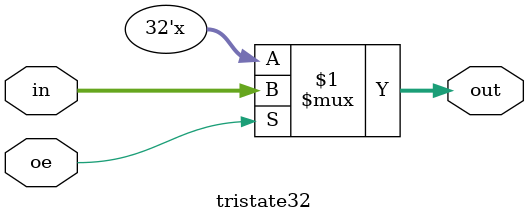
<source format=v>
module tristate32(out, in, oe);
    input [31:0] in;
    input oe;
    output [31:0] out;

    assign out = oe ? in : 32'bzzzzzzzzzzzzzzzzzzzzzzzzzzzzzzzz;
endmodule
</source>
